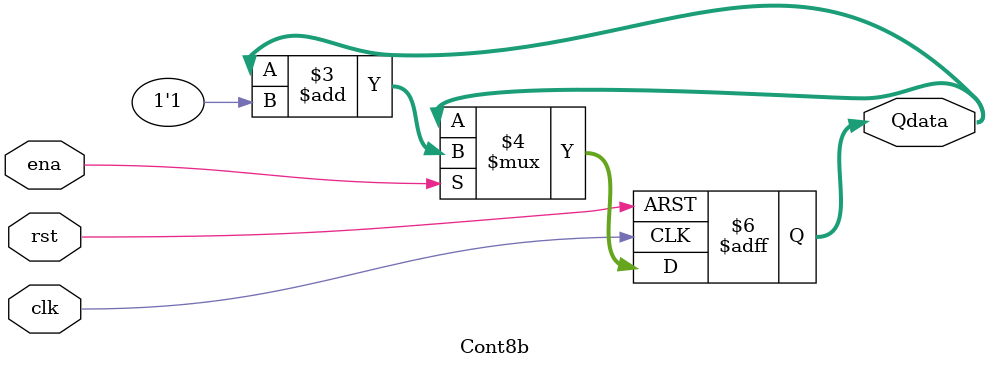
<source format=v>
module Cont8b(
	input 				clk,rst,ena,
	output reg [7:0] 	Qdata
);


//Secuencial
always@(posedge clk or negedge rst)
begin
	if(!rst)
		Qdata<=0;	
	else
	if(ena)
		Qdata<=Qdata+1'b1;
end
endmodule

</source>
